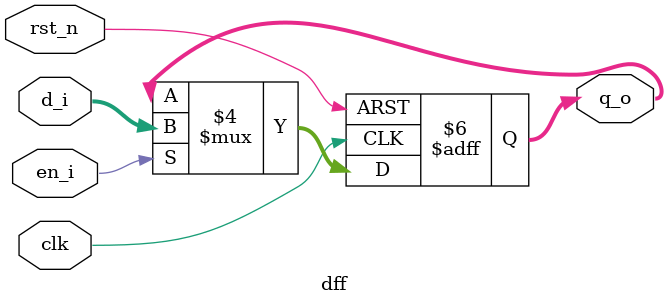
<source format=v>
`timescale 1ns / 1ps


module dff#(
    parameter WIDTH = 16
)
(
    input clk,
    input rst_n,
    input en_i,
    input [WIDTH-1:0] d_i,
    output reg [WIDTH-1:0]q_o
);
    always@(posedge clk or negedge rst_n)
    begin
        if(!rst_n)
            q_o <= 0;
        else if(en_i)
            q_o <= d_i;
        else
            q_o <= q_o;
    end
endmodule

</source>
